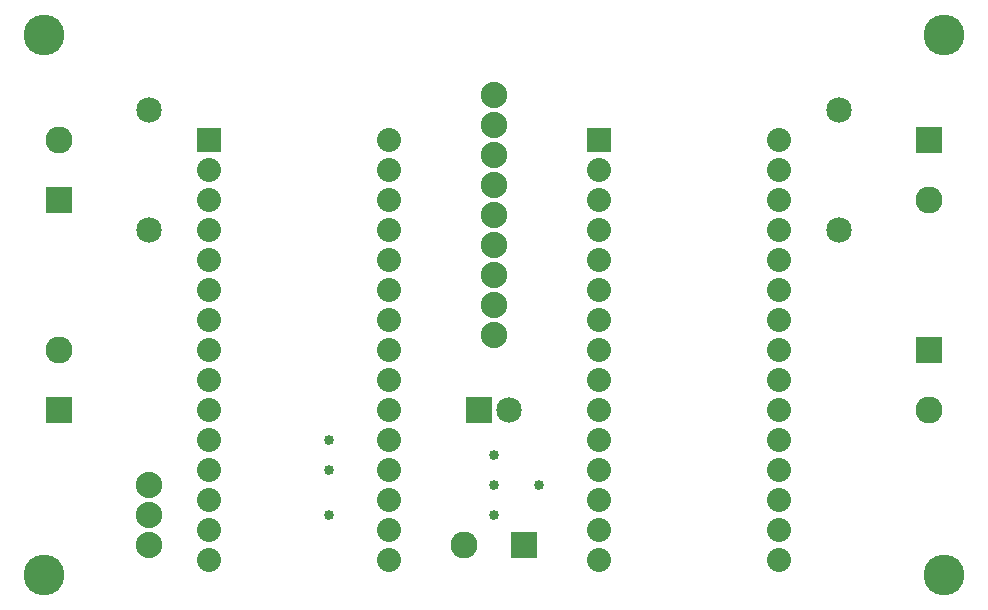
<source format=gts>
G04 MADE WITH FRITZING*
G04 WWW.FRITZING.ORG*
G04 DOUBLE SIDED*
G04 HOLES PLATED*
G04 CONTOUR ON CENTER OF CONTOUR VECTOR*
%ASAXBY*%
%FSLAX23Y23*%
%MOIN*%
%OFA0B0*%
%SFA1.0B1.0*%
%ADD10C,0.033622*%
%ADD11C,0.080000*%
%ADD12C,0.090000*%
%ADD13C,0.085000*%
%ADD14C,0.135984*%
%ADD15C,0.088000*%
%ADD16R,0.079972X0.080000*%
%ADD17R,0.090000X0.090000*%
%ADD18R,0.085000X0.085000*%
%LNMASK1*%
G90*
G70*
G54D10*
X1784Y416D03*
X1634Y417D03*
X1634Y515D03*
X1083Y565D03*
X1634Y316D03*
X1083Y316D03*
G54D11*
X1984Y1566D03*
X1984Y1466D03*
X1984Y1366D03*
X1984Y1266D03*
X1984Y1166D03*
X1984Y1066D03*
X1984Y966D03*
X1984Y866D03*
X1984Y766D03*
X1984Y666D03*
X1984Y566D03*
X1984Y466D03*
X1984Y366D03*
X1984Y266D03*
X1984Y166D03*
X2584Y1566D03*
X2584Y1466D03*
X2584Y1366D03*
X2584Y1266D03*
X2584Y1166D03*
X2584Y1066D03*
X2584Y966D03*
X2584Y866D03*
X2584Y766D03*
X2584Y666D03*
X2584Y566D03*
X2584Y466D03*
X2584Y366D03*
X2584Y266D03*
X2584Y166D03*
G54D10*
X1083Y467D03*
G54D12*
X184Y666D03*
X184Y866D03*
G54D11*
X684Y1566D03*
X684Y1466D03*
X684Y1366D03*
X684Y1266D03*
X684Y1166D03*
X684Y1066D03*
X684Y966D03*
X684Y866D03*
X684Y766D03*
X684Y666D03*
X684Y566D03*
X684Y466D03*
X684Y366D03*
X684Y266D03*
X684Y166D03*
X1284Y1566D03*
X1284Y1466D03*
X1284Y1366D03*
X1284Y1266D03*
X1284Y1166D03*
X1284Y1066D03*
X1284Y966D03*
X1284Y866D03*
X1284Y766D03*
X1284Y666D03*
X1284Y566D03*
X1284Y466D03*
X1284Y366D03*
X1284Y266D03*
X1284Y166D03*
G54D13*
X2784Y1266D03*
X2784Y1666D03*
X484Y1666D03*
X484Y1266D03*
G54D12*
X3084Y866D03*
X3084Y666D03*
X184Y1366D03*
X184Y1566D03*
X3084Y1566D03*
X3084Y1366D03*
X1734Y216D03*
X1534Y216D03*
G54D14*
X3134Y116D03*
X134Y116D03*
X3134Y1916D03*
X134Y1916D03*
G54D15*
X484Y416D03*
X484Y316D03*
X484Y216D03*
G54D13*
X1584Y666D03*
X1684Y666D03*
G54D15*
X1634Y916D03*
X1634Y1016D03*
X1634Y1116D03*
X1634Y1216D03*
X1634Y1316D03*
X1634Y1416D03*
X1634Y1516D03*
X1634Y1616D03*
X1634Y1716D03*
G54D16*
X1984Y1566D03*
G54D17*
X184Y666D03*
G54D16*
X684Y1566D03*
G54D17*
X3084Y866D03*
X184Y1366D03*
X3084Y1566D03*
X1734Y216D03*
G54D18*
X1584Y666D03*
G04 End of Mask1*
M02*
</source>
